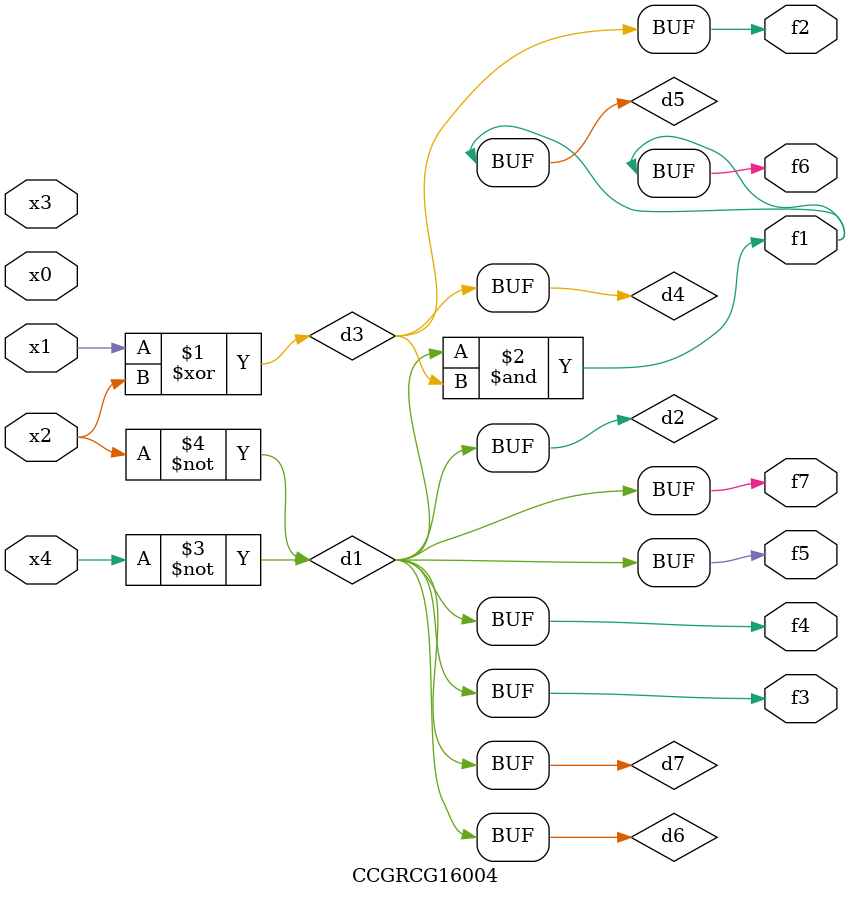
<source format=v>
module CCGRCG16004(
	input x0, x1, x2, x3, x4,
	output f1, f2, f3, f4, f5, f6, f7
);

	wire d1, d2, d3, d4, d5, d6, d7;

	not (d1, x4);
	not (d2, x2);
	xor (d3, x1, x2);
	buf (d4, d3);
	and (d5, d1, d3);
	buf (d6, d1, d2);
	buf (d7, d2);
	assign f1 = d5;
	assign f2 = d4;
	assign f3 = d7;
	assign f4 = d7;
	assign f5 = d7;
	assign f6 = d5;
	assign f7 = d7;
endmodule

</source>
